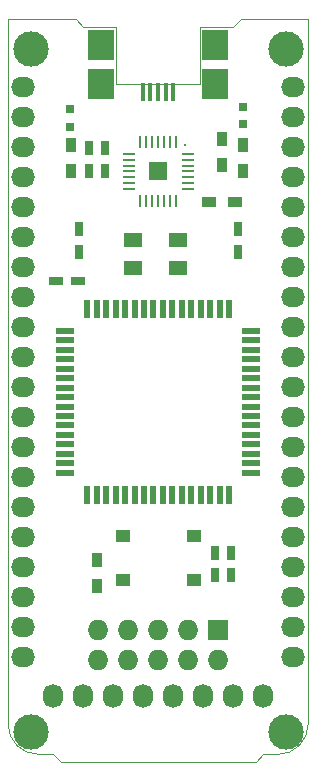
<source format=gbr>
G04 #@! TF.FileFunction,Soldermask,Top*
%FSLAX46Y46*%
G04 Gerber Fmt 4.6, Leading zero omitted, Abs format (unit mm)*
G04 Created by KiCad (PCBNEW (2015-01-16 BZR 5376)-product) date 01-Oct-16 1:27:22 PM*
%MOMM*%
G01*
G04 APERTURE LIST*
%ADD10C,0.150000*%
%ADD11C,0.100000*%
%ADD12R,0.400000X1.500000*%
%ADD13R,2.200000X2.500000*%
%ADD14C,3.000000*%
%ADD15O,1.727200X2.032000*%
%ADD16O,2.032000X1.727200*%
%ADD17R,1.727200X1.727200*%
%ADD18O,1.727200X1.727200*%
%ADD19R,0.750000X1.200000*%
%ADD20R,0.797560X0.797560*%
%ADD21R,0.600000X1.500000*%
%ADD22R,1.500000X0.600000*%
%ADD23R,0.900000X1.200000*%
%ADD24R,1.200000X0.750000*%
%ADD25R,0.231140X1.000760*%
%ADD26R,1.000760X0.231140*%
%ADD27R,1.501140X1.501140*%
%ADD28C,0.299720*%
%ADD29R,1.200000X0.900000*%
%ADD30R,1.200000X1.100000*%
%ADD31R,1.600000X1.300000*%
G04 APERTURE END LIST*
D10*
D11*
X69850000Y-103505000D02*
X68580000Y-103505000D01*
X88900000Y-103505000D02*
X87630000Y-103505000D01*
X86995000Y-104140000D02*
X87630000Y-103505000D01*
X70485000Y-104140000D02*
X86995000Y-104140000D01*
X69850000Y-103505000D02*
X70485000Y-104140000D01*
X82296000Y-41910000D02*
X82550000Y-41910000D01*
X75184000Y-41910000D02*
X74930000Y-41910000D01*
X85090000Y-41910000D02*
X82550000Y-41910000D01*
X85725000Y-41275000D02*
X85090000Y-41910000D01*
X91440000Y-41275000D02*
X85725000Y-41275000D01*
X91440000Y-41910000D02*
X91440000Y-41275000D01*
X72390000Y-41910000D02*
X74930000Y-41910000D01*
X71755000Y-41275000D02*
X72390000Y-41910000D01*
X66040000Y-41275000D02*
X71755000Y-41275000D01*
X66040000Y-41910000D02*
X66040000Y-41275000D01*
X82296000Y-46736000D02*
X82296000Y-41910000D01*
X75184000Y-46736000D02*
X82296000Y-46736000D01*
X75184000Y-41910000D02*
X75184000Y-46736000D01*
X66040000Y-100965000D02*
X66040000Y-100330000D01*
X91440000Y-100330000D02*
X91440000Y-100965000D01*
X66040000Y-100965000D02*
G75*
G03X68580000Y-103505000I2540000J0D01*
G01*
X88900000Y-103505000D02*
G75*
G03X91440000Y-100965000I0J2540000D01*
G01*
X91440000Y-41910000D02*
X91440000Y-45720000D01*
X66040000Y-45720000D02*
X66040000Y-41910000D01*
X91440000Y-100330000D02*
X91440000Y-96520000D01*
X66040000Y-96520000D02*
X66040000Y-100330000D01*
X66040000Y-46990000D02*
X66040000Y-45720000D01*
X91440000Y-46990000D02*
X91440000Y-45720000D01*
X91440000Y-96520000D02*
X91440000Y-46990000D01*
X66040000Y-46990000D02*
X66040000Y-96520000D01*
D12*
X80040000Y-47445600D03*
X79390000Y-47445600D03*
X78740000Y-47445600D03*
X78090000Y-47445600D03*
X77440000Y-47445600D03*
D13*
X83565000Y-46745600D03*
X83565000Y-43445600D03*
X73915000Y-46745600D03*
X73915000Y-43445600D03*
D14*
X89535000Y-101600000D03*
X67945000Y-43815000D03*
X89535000Y-43815000D03*
X67945000Y-101600000D03*
D15*
X69850000Y-98552000D03*
X72390000Y-98552000D03*
X74930000Y-98552000D03*
X77470000Y-98552000D03*
X80010000Y-98552000D03*
X82550000Y-98552000D03*
X85090000Y-98552000D03*
X87630000Y-98552000D03*
D16*
X90170000Y-72390000D03*
X90170000Y-74930000D03*
X90170000Y-77470000D03*
X90170000Y-80010000D03*
X90170000Y-82550000D03*
X90170000Y-85090000D03*
X90170000Y-87630000D03*
X90170000Y-90170000D03*
X90170000Y-92710000D03*
X90170000Y-95250000D03*
X90170000Y-69850000D03*
X90170000Y-67310000D03*
X90170000Y-64770000D03*
X90170000Y-62230000D03*
X90170000Y-59690000D03*
X90170000Y-57150000D03*
X90170000Y-54610000D03*
X90170000Y-52070000D03*
X90170000Y-49530000D03*
X90170000Y-46990000D03*
X67310000Y-72390000D03*
X67310000Y-74930000D03*
X67310000Y-77470000D03*
X67310000Y-80010000D03*
X67310000Y-82550000D03*
X67310000Y-85090000D03*
X67310000Y-87630000D03*
X67310000Y-90170000D03*
X67310000Y-92710000D03*
X67310000Y-95250000D03*
X67310000Y-46990000D03*
X67310000Y-49530000D03*
X67310000Y-52070000D03*
X67310000Y-54610000D03*
X67310000Y-57150000D03*
X67310000Y-59690000D03*
X67310000Y-62230000D03*
X67310000Y-64770000D03*
X67310000Y-67310000D03*
X67310000Y-69850000D03*
D17*
X83820000Y-92964000D03*
D18*
X83820000Y-95504000D03*
X81280000Y-92964000D03*
X81280000Y-95504000D03*
X78740000Y-92964000D03*
X78740000Y-95504000D03*
X76200000Y-92964000D03*
X76200000Y-95504000D03*
X73660000Y-92964000D03*
X73660000Y-95504000D03*
D19*
X72034400Y-59044800D03*
X72034400Y-60944800D03*
X85496400Y-59044800D03*
X85496400Y-60944800D03*
X83515200Y-86426000D03*
X83515200Y-88326000D03*
X84886800Y-86426000D03*
X84886800Y-88326000D03*
D20*
X71272400Y-48882300D03*
X71272400Y-50380900D03*
X85902800Y-50177700D03*
X85902800Y-48679100D03*
D21*
X84740000Y-65760000D03*
X83940000Y-65760000D03*
X83140000Y-65760000D03*
X82340000Y-65760000D03*
X81540000Y-65760000D03*
X80740000Y-65760000D03*
X79940000Y-65760000D03*
X79140000Y-65760000D03*
X78340000Y-65760000D03*
X77540000Y-65760000D03*
X76740000Y-65760000D03*
X75940000Y-65760000D03*
X75140000Y-65760000D03*
X74340000Y-65760000D03*
X73540000Y-65760000D03*
X72740000Y-65760000D03*
D22*
X70840000Y-67660000D03*
X70840000Y-68460000D03*
X70840000Y-69260000D03*
X70840000Y-70060000D03*
X70840000Y-70860000D03*
X70840000Y-71660000D03*
X70840000Y-72460000D03*
X70840000Y-73260000D03*
X70840000Y-74060000D03*
X70840000Y-74860000D03*
X70840000Y-75660000D03*
X70840000Y-76460000D03*
X70840000Y-77260000D03*
X70840000Y-78060000D03*
X70840000Y-78860000D03*
X70840000Y-79660000D03*
D21*
X72740000Y-81560000D03*
X73540000Y-81560000D03*
X74340000Y-81560000D03*
X75140000Y-81560000D03*
X75940000Y-81560000D03*
X76740000Y-81560000D03*
X77540000Y-81560000D03*
X78340000Y-81560000D03*
X79140000Y-81560000D03*
X79940000Y-81560000D03*
X80740000Y-81560000D03*
X81540000Y-81560000D03*
X82340000Y-81560000D03*
X83140000Y-81560000D03*
X83940000Y-81560000D03*
X84740000Y-81560000D03*
D22*
X86640000Y-79660000D03*
X86640000Y-78860000D03*
X86640000Y-78060000D03*
X86640000Y-77260000D03*
X86640000Y-76460000D03*
X86640000Y-75660000D03*
X86640000Y-74860000D03*
X86640000Y-74060000D03*
X86640000Y-73260000D03*
X86640000Y-72460000D03*
X86640000Y-71660000D03*
X86640000Y-70860000D03*
X86640000Y-70060000D03*
X86640000Y-69260000D03*
X86640000Y-68460000D03*
X86640000Y-67660000D03*
D23*
X73533000Y-89238000D03*
X73533000Y-87038000D03*
X71323200Y-51884400D03*
X71323200Y-54084400D03*
X85902800Y-54135200D03*
X85902800Y-51935200D03*
D19*
X74269600Y-52186800D03*
X74269600Y-54086800D03*
X72847200Y-54086800D03*
X72847200Y-52186800D03*
D24*
X71968400Y-63449200D03*
X70068400Y-63449200D03*
D23*
X84124800Y-51427200D03*
X84124800Y-53627200D03*
D25*
X77238860Y-51653440D03*
X77739240Y-51653440D03*
X78239620Y-51653440D03*
X78740000Y-51653440D03*
X79240380Y-51653440D03*
X79740760Y-51653440D03*
X80241140Y-51653440D03*
D26*
X81239360Y-52651660D03*
X81239360Y-53152040D03*
X81239360Y-53652420D03*
X81239360Y-54152800D03*
X81239360Y-54653180D03*
X81239360Y-55153560D03*
X81239360Y-55653940D03*
D25*
X80241140Y-56652160D03*
X79740760Y-56652160D03*
X79240380Y-56652160D03*
X78740000Y-56652160D03*
X78239620Y-56652160D03*
X77739240Y-56652160D03*
X77238860Y-56652160D03*
D26*
X76240640Y-55653940D03*
X76240640Y-55153560D03*
X76240640Y-54653180D03*
X76240640Y-54152800D03*
X76240640Y-53652420D03*
X76240640Y-53152040D03*
X76240640Y-52651660D03*
D27*
X78740000Y-54152800D03*
D28*
X80990440Y-51902360D03*
D29*
X83024800Y-56743600D03*
X85224800Y-56743600D03*
D30*
X75740260Y-85018880D03*
X81739740Y-88717120D03*
X75740260Y-88717120D03*
X81739740Y-85018880D03*
D31*
X76586000Y-62300500D03*
X80386000Y-62300500D03*
X80386000Y-60000500D03*
X76586000Y-60000500D03*
M02*

</source>
